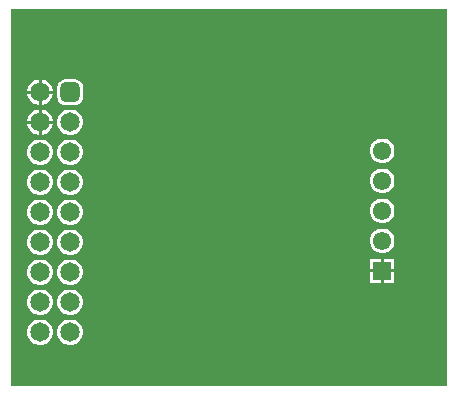
<source format=gbl>
G04*
G04 #@! TF.GenerationSoftware,Altium Limited,Altium Designer,22.7.1 (60)*
G04*
G04 Layer_Physical_Order=2*
G04 Layer_Color=16711680*
%FSLAX44Y44*%
%MOMM*%
G71*
G04*
G04 #@! TF.SameCoordinates,A4F2FA5D-D4EF-4288-9AD8-153C25E8CDF2*
G04*
G04*
G04 #@! TF.FilePolarity,Positive*
G04*
G01*
G75*
%ADD26C,1.5500*%
%ADD27R,1.5500X1.5500*%
%ADD31C,0.5080*%
%ADD34C,1.6500*%
G04:AMPARAMS|DCode=35|XSize=1.65mm|YSize=1.65mm|CornerRadius=0.4125mm|HoleSize=0mm|Usage=FLASHONLY|Rotation=270.000|XOffset=0mm|YOffset=0mm|HoleType=Round|Shape=RoundedRectangle|*
%AMROUNDEDRECTD35*
21,1,1.6500,0.8250,0,0,270.0*
21,1,0.8250,1.6500,0,0,270.0*
1,1,0.8250,-0.4125,-0.4125*
1,1,0.8250,-0.4125,0.4125*
1,1,0.8250,0.4125,0.4125*
1,1,0.8250,0.4125,-0.4125*
%
%ADD35ROUNDEDRECTD35*%
%ADD36C,0.6350*%
%ADD37R,2.9464X3.7084*%
G36*
X375303Y5698D02*
X5698D01*
Y324502D01*
X375303D01*
Y5698D01*
D02*
G37*
%LPC*%
G36*
X31900Y264790D02*
X31750D01*
Y255270D01*
X41270D01*
Y255420D01*
X40535Y258165D01*
X39114Y260625D01*
X37105Y262634D01*
X34645Y264055D01*
X31900Y264790D01*
D02*
G37*
G36*
X29210D02*
X29060D01*
X26315Y264055D01*
X23855Y262634D01*
X21846Y260625D01*
X20425Y258165D01*
X19690Y255420D01*
Y255270D01*
X29210D01*
Y264790D01*
D02*
G37*
G36*
X41270Y252730D02*
X31750D01*
Y243210D01*
X31900D01*
X34645Y243945D01*
X37105Y245366D01*
X39114Y247375D01*
X40535Y249835D01*
X41270Y252579D01*
Y252730D01*
D02*
G37*
G36*
X29210D02*
X19690D01*
Y252579D01*
X20425Y249835D01*
X21846Y247375D01*
X23855Y245366D01*
X26315Y243945D01*
X29060Y243210D01*
X29210D01*
Y252730D01*
D02*
G37*
G36*
X60005Y264848D02*
X51755D01*
X50015Y264618D01*
X48394Y263947D01*
X47002Y262878D01*
X45933Y261486D01*
X45262Y259865D01*
X45033Y258125D01*
Y249875D01*
X45262Y248135D01*
X45933Y246514D01*
X47002Y245121D01*
X48394Y244053D01*
X50015Y243382D01*
X51755Y243153D01*
X60005D01*
X61745Y243382D01*
X63366Y244053D01*
X64759Y245121D01*
X65827Y246514D01*
X66498Y248135D01*
X66727Y249875D01*
Y258125D01*
X66498Y259865D01*
X65827Y261486D01*
X64759Y262878D01*
X63366Y263947D01*
X61745Y264618D01*
X60005Y264848D01*
D02*
G37*
G36*
X31900Y239390D02*
X31750D01*
Y229870D01*
X41270D01*
Y230021D01*
X40535Y232765D01*
X39114Y235225D01*
X37105Y237234D01*
X34645Y238655D01*
X31900Y239390D01*
D02*
G37*
G36*
X29210D02*
X29060D01*
X26315Y238655D01*
X23855Y237234D01*
X21846Y235225D01*
X20425Y232765D01*
X19690Y230021D01*
Y229870D01*
X29210D01*
Y239390D01*
D02*
G37*
G36*
X57301D02*
X54460D01*
X51715Y238655D01*
X49255Y237234D01*
X47246Y235225D01*
X45825Y232765D01*
X45090Y230021D01*
Y227180D01*
X45825Y224435D01*
X47246Y221975D01*
X49255Y219966D01*
X51715Y218545D01*
X54460Y217810D01*
X57301D01*
X60045Y218545D01*
X62505Y219966D01*
X64514Y221975D01*
X65935Y224435D01*
X66670Y227180D01*
Y230021D01*
X65935Y232765D01*
X64514Y235225D01*
X62505Y237234D01*
X60045Y238655D01*
X57301Y239390D01*
D02*
G37*
G36*
X41270Y227330D02*
X31750D01*
Y217810D01*
X31900D01*
X34645Y218545D01*
X37105Y219966D01*
X39114Y221975D01*
X40535Y224435D01*
X41270Y227180D01*
Y227330D01*
D02*
G37*
G36*
X29210D02*
X19690D01*
Y227180D01*
X20425Y224435D01*
X21846Y221975D01*
X23855Y219966D01*
X26315Y218545D01*
X29060Y217810D01*
X29210D01*
Y227330D01*
D02*
G37*
G36*
X321395Y214760D02*
X318685D01*
X316068Y214059D01*
X313722Y212704D01*
X311806Y210788D01*
X310451Y208442D01*
X309750Y205825D01*
Y203115D01*
X310451Y200498D01*
X311806Y198152D01*
X313722Y196236D01*
X316068Y194881D01*
X318685Y194180D01*
X321395D01*
X324012Y194881D01*
X326358Y196236D01*
X328274Y198152D01*
X329629Y200498D01*
X330330Y203115D01*
Y205825D01*
X329629Y208442D01*
X328274Y210788D01*
X326358Y212704D01*
X324012Y214059D01*
X321395Y214760D01*
D02*
G37*
G36*
X57301Y213990D02*
X54460D01*
X51715Y213255D01*
X49255Y211834D01*
X47246Y209825D01*
X45825Y207365D01*
X45090Y204620D01*
Y201779D01*
X45825Y199035D01*
X47246Y196575D01*
X49255Y194566D01*
X51715Y193145D01*
X54460Y192410D01*
X57301D01*
X60045Y193145D01*
X62505Y194566D01*
X64514Y196575D01*
X65935Y199035D01*
X66670Y201779D01*
Y204620D01*
X65935Y207365D01*
X64514Y209825D01*
X62505Y211834D01*
X60045Y213255D01*
X57301Y213990D01*
D02*
G37*
G36*
X31900D02*
X29060D01*
X26315Y213255D01*
X23855Y211834D01*
X21846Y209825D01*
X20425Y207365D01*
X19690Y204620D01*
Y201779D01*
X20425Y199035D01*
X21846Y196575D01*
X23855Y194566D01*
X26315Y193145D01*
X29060Y192410D01*
X31900D01*
X34645Y193145D01*
X37105Y194566D01*
X39114Y196575D01*
X40535Y199035D01*
X41270Y201779D01*
Y204620D01*
X40535Y207365D01*
X39114Y209825D01*
X37105Y211834D01*
X34645Y213255D01*
X31900Y213990D01*
D02*
G37*
G36*
X321395Y189360D02*
X318685D01*
X316068Y188659D01*
X313722Y187304D01*
X311806Y185388D01*
X310451Y183042D01*
X309750Y180425D01*
Y177715D01*
X310451Y175098D01*
X311806Y172752D01*
X313722Y170836D01*
X316068Y169481D01*
X318685Y168780D01*
X321395D01*
X324012Y169481D01*
X326358Y170836D01*
X328274Y172752D01*
X329629Y175098D01*
X330330Y177715D01*
Y180425D01*
X329629Y183042D01*
X328274Y185388D01*
X326358Y187304D01*
X324012Y188659D01*
X321395Y189360D01*
D02*
G37*
G36*
X57301Y188590D02*
X54460D01*
X51715Y187855D01*
X49255Y186434D01*
X47246Y184425D01*
X45825Y181965D01*
X45090Y179221D01*
Y176380D01*
X45825Y173635D01*
X47246Y171175D01*
X49255Y169166D01*
X51715Y167745D01*
X54460Y167010D01*
X57301D01*
X60045Y167745D01*
X62505Y169166D01*
X64514Y171175D01*
X65935Y173635D01*
X66670Y176380D01*
Y179221D01*
X65935Y181965D01*
X64514Y184425D01*
X62505Y186434D01*
X60045Y187855D01*
X57301Y188590D01*
D02*
G37*
G36*
X31900D02*
X29060D01*
X26315Y187855D01*
X23855Y186434D01*
X21846Y184425D01*
X20425Y181965D01*
X19690Y179221D01*
Y176380D01*
X20425Y173635D01*
X21846Y171175D01*
X23855Y169166D01*
X26315Y167745D01*
X29060Y167010D01*
X31900D01*
X34645Y167745D01*
X37105Y169166D01*
X39114Y171175D01*
X40535Y173635D01*
X41270Y176380D01*
Y179221D01*
X40535Y181965D01*
X39114Y184425D01*
X37105Y186434D01*
X34645Y187855D01*
X31900Y188590D01*
D02*
G37*
G36*
X321395Y163960D02*
X318685D01*
X316068Y163259D01*
X313722Y161904D01*
X311806Y159988D01*
X310451Y157642D01*
X309750Y155025D01*
Y152315D01*
X310451Y149698D01*
X311806Y147352D01*
X313722Y145436D01*
X316068Y144081D01*
X318685Y143380D01*
X321395D01*
X324012Y144081D01*
X326358Y145436D01*
X328274Y147352D01*
X329629Y149698D01*
X330330Y152315D01*
Y155025D01*
X329629Y157642D01*
X328274Y159988D01*
X326358Y161904D01*
X324012Y163259D01*
X321395Y163960D01*
D02*
G37*
G36*
X57301Y163190D02*
X54460D01*
X51715Y162455D01*
X49255Y161034D01*
X47246Y159025D01*
X45825Y156565D01*
X45090Y153820D01*
Y150979D01*
X45825Y148235D01*
X47246Y145775D01*
X49255Y143766D01*
X51715Y142345D01*
X54460Y141610D01*
X57301D01*
X60045Y142345D01*
X62505Y143766D01*
X64514Y145775D01*
X65935Y148235D01*
X66670Y150979D01*
Y153820D01*
X65935Y156565D01*
X64514Y159025D01*
X62505Y161034D01*
X60045Y162455D01*
X57301Y163190D01*
D02*
G37*
G36*
X31900D02*
X29060D01*
X26315Y162455D01*
X23855Y161034D01*
X21846Y159025D01*
X20425Y156565D01*
X19690Y153820D01*
Y150979D01*
X20425Y148235D01*
X21846Y145775D01*
X23855Y143766D01*
X26315Y142345D01*
X29060Y141610D01*
X31900D01*
X34645Y142345D01*
X37105Y143766D01*
X39114Y145775D01*
X40535Y148235D01*
X41270Y150979D01*
Y153820D01*
X40535Y156565D01*
X39114Y159025D01*
X37105Y161034D01*
X34645Y162455D01*
X31900Y163190D01*
D02*
G37*
G36*
X321395Y138560D02*
X318685D01*
X316068Y137859D01*
X313722Y136504D01*
X311806Y134588D01*
X310451Y132242D01*
X309750Y129625D01*
Y126915D01*
X310451Y124298D01*
X311806Y121952D01*
X313722Y120036D01*
X316068Y118681D01*
X318685Y117980D01*
X321395D01*
X324012Y118681D01*
X326358Y120036D01*
X328274Y121952D01*
X329629Y124298D01*
X330330Y126915D01*
Y129625D01*
X329629Y132242D01*
X328274Y134588D01*
X326358Y136504D01*
X324012Y137859D01*
X321395Y138560D01*
D02*
G37*
G36*
X57301Y137790D02*
X54460D01*
X51715Y137055D01*
X49255Y135634D01*
X47246Y133625D01*
X45825Y131165D01*
X45090Y128420D01*
Y125580D01*
X45825Y122835D01*
X47246Y120375D01*
X49255Y118366D01*
X51715Y116945D01*
X54460Y116210D01*
X57301D01*
X60045Y116945D01*
X62505Y118366D01*
X64514Y120375D01*
X65935Y122835D01*
X66670Y125580D01*
Y128420D01*
X65935Y131165D01*
X64514Y133625D01*
X62505Y135634D01*
X60045Y137055D01*
X57301Y137790D01*
D02*
G37*
G36*
X31900D02*
X29060D01*
X26315Y137055D01*
X23855Y135634D01*
X21846Y133625D01*
X20425Y131165D01*
X19690Y128420D01*
Y125580D01*
X20425Y122835D01*
X21846Y120375D01*
X23855Y118366D01*
X26315Y116945D01*
X29060Y116210D01*
X31900D01*
X34645Y116945D01*
X37105Y118366D01*
X39114Y120375D01*
X40535Y122835D01*
X41270Y125580D01*
Y128420D01*
X40535Y131165D01*
X39114Y133625D01*
X37105Y135634D01*
X34645Y137055D01*
X31900Y137790D01*
D02*
G37*
G36*
X330330Y113160D02*
X321310D01*
Y104140D01*
X330330D01*
Y113160D01*
D02*
G37*
G36*
X318770D02*
X309750D01*
Y104140D01*
X318770D01*
Y113160D01*
D02*
G37*
G36*
X330330Y101600D02*
X321310D01*
Y92580D01*
X330330D01*
Y101600D01*
D02*
G37*
G36*
X318770D02*
X309750D01*
Y92580D01*
X318770D01*
Y101600D01*
D02*
G37*
G36*
X57301Y112390D02*
X54460D01*
X51715Y111655D01*
X49255Y110234D01*
X47246Y108225D01*
X45825Y105765D01*
X45090Y103020D01*
Y100180D01*
X45825Y97435D01*
X47246Y94975D01*
X49255Y92966D01*
X51715Y91545D01*
X54460Y90810D01*
X57301D01*
X60045Y91545D01*
X62505Y92966D01*
X64514Y94975D01*
X65935Y97435D01*
X66670Y100180D01*
Y103020D01*
X65935Y105765D01*
X64514Y108225D01*
X62505Y110234D01*
X60045Y111655D01*
X57301Y112390D01*
D02*
G37*
G36*
X31900D02*
X29060D01*
X26315Y111655D01*
X23855Y110234D01*
X21846Y108225D01*
X20425Y105765D01*
X19690Y103020D01*
Y100180D01*
X20425Y97435D01*
X21846Y94975D01*
X23855Y92966D01*
X26315Y91545D01*
X29060Y90810D01*
X31900D01*
X34645Y91545D01*
X37105Y92966D01*
X39114Y94975D01*
X40535Y97435D01*
X41270Y100180D01*
Y103020D01*
X40535Y105765D01*
X39114Y108225D01*
X37105Y110234D01*
X34645Y111655D01*
X31900Y112390D01*
D02*
G37*
G36*
X57301Y86990D02*
X54460D01*
X51715Y86255D01*
X49255Y84834D01*
X47246Y82825D01*
X45825Y80365D01*
X45090Y77621D01*
Y74780D01*
X45825Y72035D01*
X47246Y69575D01*
X49255Y67566D01*
X51715Y66145D01*
X54460Y65410D01*
X57301D01*
X60045Y66145D01*
X62505Y67566D01*
X64514Y69575D01*
X65935Y72035D01*
X66670Y74780D01*
Y77621D01*
X65935Y80365D01*
X64514Y82825D01*
X62505Y84834D01*
X60045Y86255D01*
X57301Y86990D01*
D02*
G37*
G36*
X31900D02*
X29060D01*
X26315Y86255D01*
X23855Y84834D01*
X21846Y82825D01*
X20425Y80365D01*
X19690Y77621D01*
Y74780D01*
X20425Y72035D01*
X21846Y69575D01*
X23855Y67566D01*
X26315Y66145D01*
X29060Y65410D01*
X31900D01*
X34645Y66145D01*
X37105Y67566D01*
X39114Y69575D01*
X40535Y72035D01*
X41270Y74780D01*
Y77621D01*
X40535Y80365D01*
X39114Y82825D01*
X37105Y84834D01*
X34645Y86255D01*
X31900Y86990D01*
D02*
G37*
G36*
X57301Y61590D02*
X54460D01*
X51715Y60855D01*
X49255Y59434D01*
X47246Y57425D01*
X45825Y54965D01*
X45090Y52221D01*
Y49380D01*
X45825Y46635D01*
X47246Y44175D01*
X49255Y42166D01*
X51715Y40745D01*
X54460Y40010D01*
X57301D01*
X60045Y40745D01*
X62505Y42166D01*
X64514Y44175D01*
X65935Y46635D01*
X66670Y49380D01*
Y52221D01*
X65935Y54965D01*
X64514Y57425D01*
X62505Y59434D01*
X60045Y60855D01*
X57301Y61590D01*
D02*
G37*
G36*
X31900D02*
X29060D01*
X26315Y60855D01*
X23855Y59434D01*
X21846Y57425D01*
X20425Y54965D01*
X19690Y52221D01*
Y49380D01*
X20425Y46635D01*
X21846Y44175D01*
X23855Y42166D01*
X26315Y40745D01*
X29060Y40010D01*
X31900D01*
X34645Y40745D01*
X37105Y42166D01*
X39114Y44175D01*
X40535Y46635D01*
X41270Y49380D01*
Y52221D01*
X40535Y54965D01*
X39114Y57425D01*
X37105Y59434D01*
X34645Y60855D01*
X31900Y61590D01*
D02*
G37*
%LPD*%
D26*
X320040Y204470D02*
D03*
Y179070D02*
D03*
Y153670D02*
D03*
Y128270D02*
D03*
D27*
Y102870D02*
D03*
D31*
X209550Y136144D02*
Y177800D01*
X175514D02*
X209550D01*
X175514Y136144D02*
Y177800D01*
Y136144D02*
X209550D01*
D34*
X30480Y101600D02*
D03*
X55880D02*
D03*
X30480Y177800D02*
D03*
X55880D02*
D03*
X30480Y203200D02*
D03*
X55880D02*
D03*
X30480Y254000D02*
D03*
X55880Y228600D02*
D03*
X30480D02*
D03*
X55880Y152400D02*
D03*
X30480D02*
D03*
X55880Y127000D02*
D03*
X30480D02*
D03*
X55880Y76200D02*
D03*
Y50800D02*
D03*
X30480Y76200D02*
D03*
Y50800D02*
D03*
D35*
X55880Y254000D02*
D03*
D36*
X209550Y177800D02*
D03*
X175514D02*
D03*
Y136144D02*
D03*
X209550D02*
D03*
X179070Y288290D02*
D03*
X128270Y303530D02*
D03*
X233680Y306070D02*
D03*
X160020Y304800D02*
D03*
X351790Y241300D02*
D03*
X354330Y279400D02*
D03*
D37*
X192532Y156972D02*
D03*
M02*

</source>
